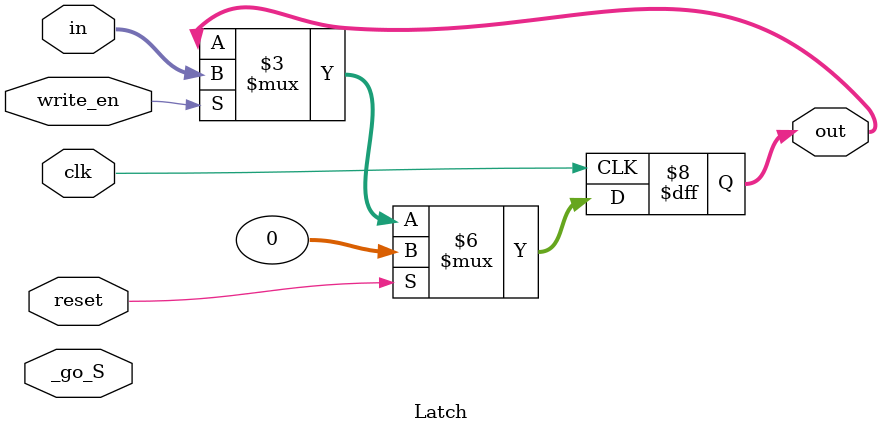
<source format=sv>
`default_nettype none

module Latch (
  input wire clk,
  input wire reset,
  input wire write_en,
  input wire _go_S, // unused
  input wire logic [31:0] in,
  output logic [31:0] out
);
  always_ff @(posedge clk) begin
    if (reset)
      out <= 0;
    else if (write_en)
      out <= in;
    else
      out <= out;
  end
endmodule

</source>
